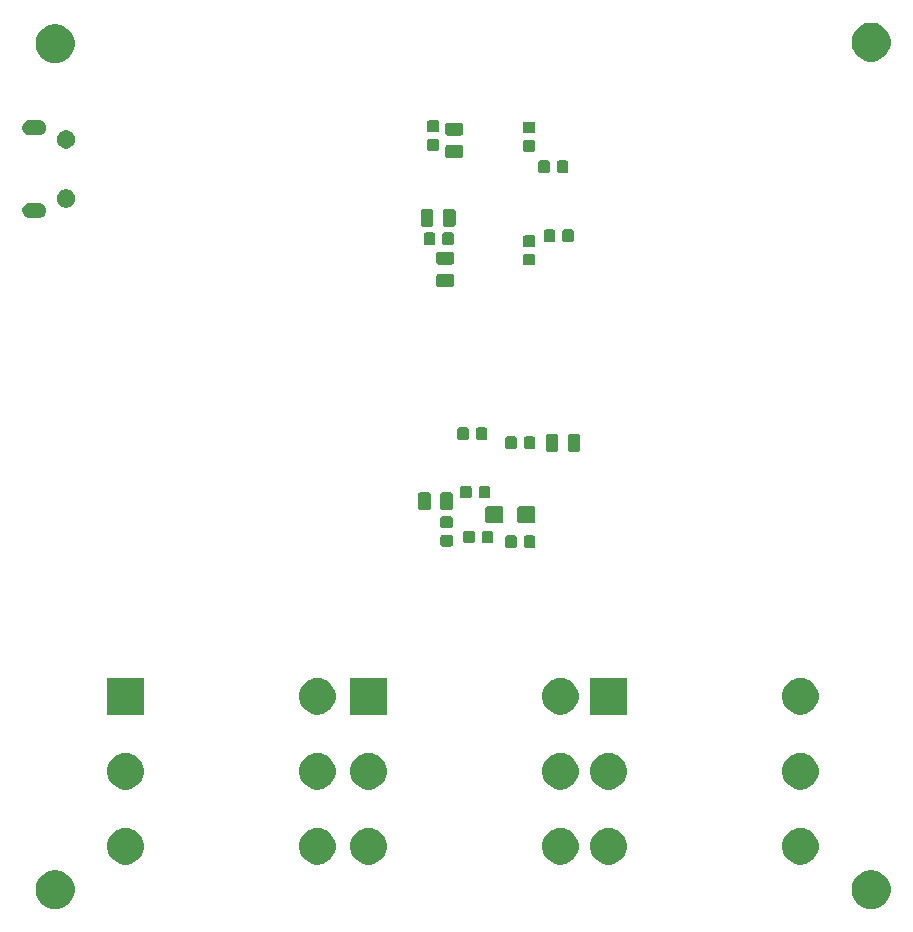
<source format=gbr>
G04 #@! TF.GenerationSoftware,KiCad,Pcbnew,(5.0.2)-1*
G04 #@! TF.CreationDate,2019-02-01T15:19:08+01:00*
G04 #@! TF.ProjectId,hac,6861632e-6b69-4636-9164-5f7063625858,rev?*
G04 #@! TF.SameCoordinates,Original*
G04 #@! TF.FileFunction,Soldermask,Bot*
G04 #@! TF.FilePolarity,Negative*
%FSLAX46Y46*%
G04 Gerber Fmt 4.6, Leading zero omitted, Abs format (unit mm)*
G04 Created by KiCad (PCBNEW (5.0.2)-1) date 2/1/2019 3:19:08 PM*
%MOMM*%
%LPD*%
G01*
G04 APERTURE LIST*
%ADD10C,0.100000*%
G04 APERTURE END LIST*
D10*
G36*
X193415256Y-144441298D02*
X193521579Y-144462447D01*
X193822042Y-144586903D01*
X194088852Y-144765180D01*
X194092454Y-144767587D01*
X194322413Y-144997546D01*
X194503098Y-145267960D01*
X194627553Y-145568422D01*
X194691000Y-145887389D01*
X194691000Y-146212611D01*
X194627553Y-146531578D01*
X194503098Y-146832040D01*
X194322413Y-147102454D01*
X194092454Y-147332413D01*
X194092451Y-147332415D01*
X193822042Y-147513097D01*
X193521579Y-147637553D01*
X193415256Y-147658702D01*
X193202611Y-147701000D01*
X192877389Y-147701000D01*
X192664744Y-147658702D01*
X192558421Y-147637553D01*
X192257958Y-147513097D01*
X191987549Y-147332415D01*
X191987546Y-147332413D01*
X191757587Y-147102454D01*
X191576902Y-146832040D01*
X191452447Y-146531578D01*
X191389000Y-146212611D01*
X191389000Y-145887389D01*
X191452447Y-145568422D01*
X191576902Y-145267960D01*
X191757587Y-144997546D01*
X191987546Y-144767587D01*
X191991148Y-144765180D01*
X192257958Y-144586903D01*
X192558421Y-144462447D01*
X192664744Y-144441298D01*
X192877389Y-144399000D01*
X193202611Y-144399000D01*
X193415256Y-144441298D01*
X193415256Y-144441298D01*
G37*
G36*
X124327256Y-144441298D02*
X124433579Y-144462447D01*
X124734042Y-144586903D01*
X125000852Y-144765180D01*
X125004454Y-144767587D01*
X125234413Y-144997546D01*
X125415098Y-145267960D01*
X125539553Y-145568422D01*
X125603000Y-145887389D01*
X125603000Y-146212611D01*
X125539553Y-146531578D01*
X125415098Y-146832040D01*
X125234413Y-147102454D01*
X125004454Y-147332413D01*
X125004451Y-147332415D01*
X124734042Y-147513097D01*
X124433579Y-147637553D01*
X124327256Y-147658702D01*
X124114611Y-147701000D01*
X123789389Y-147701000D01*
X123576744Y-147658702D01*
X123470421Y-147637553D01*
X123169958Y-147513097D01*
X122899549Y-147332415D01*
X122899546Y-147332413D01*
X122669587Y-147102454D01*
X122488902Y-146832040D01*
X122364447Y-146531578D01*
X122301000Y-146212611D01*
X122301000Y-145887389D01*
X122364447Y-145568422D01*
X122488902Y-145267960D01*
X122669587Y-144997546D01*
X122899546Y-144767587D01*
X122903148Y-144765180D01*
X123169958Y-144586903D01*
X123470421Y-144462447D01*
X123576744Y-144441298D01*
X123789389Y-144399000D01*
X124114611Y-144399000D01*
X124327256Y-144441298D01*
X124327256Y-144441298D01*
G37*
G36*
X146503527Y-140855736D02*
X146603410Y-140875604D01*
X146885674Y-140992521D01*
X147139705Y-141162259D01*
X147355741Y-141378295D01*
X147525479Y-141632326D01*
X147642396Y-141914590D01*
X147702000Y-142214240D01*
X147702000Y-142519760D01*
X147642396Y-142819410D01*
X147525479Y-143101674D01*
X147355741Y-143355705D01*
X147139705Y-143571741D01*
X146885674Y-143741479D01*
X146603410Y-143858396D01*
X146503527Y-143878264D01*
X146303762Y-143918000D01*
X145998238Y-143918000D01*
X145798473Y-143878264D01*
X145698590Y-143858396D01*
X145416326Y-143741479D01*
X145162295Y-143571741D01*
X144946259Y-143355705D01*
X144776521Y-143101674D01*
X144659604Y-142819410D01*
X144600000Y-142519760D01*
X144600000Y-142214240D01*
X144659604Y-141914590D01*
X144776521Y-141632326D01*
X144946259Y-141378295D01*
X145162295Y-141162259D01*
X145416326Y-140992521D01*
X145698590Y-140875604D01*
X145798473Y-140855736D01*
X145998238Y-140816000D01*
X146303762Y-140816000D01*
X146503527Y-140855736D01*
X146503527Y-140855736D01*
G37*
G36*
X130273527Y-140855736D02*
X130373410Y-140875604D01*
X130655674Y-140992521D01*
X130909705Y-141162259D01*
X131125741Y-141378295D01*
X131295479Y-141632326D01*
X131412396Y-141914590D01*
X131472000Y-142214240D01*
X131472000Y-142519760D01*
X131412396Y-142819410D01*
X131295479Y-143101674D01*
X131125741Y-143355705D01*
X130909705Y-143571741D01*
X130655674Y-143741479D01*
X130373410Y-143858396D01*
X130273527Y-143878264D01*
X130073762Y-143918000D01*
X129768238Y-143918000D01*
X129568473Y-143878264D01*
X129468590Y-143858396D01*
X129186326Y-143741479D01*
X128932295Y-143571741D01*
X128716259Y-143355705D01*
X128546521Y-143101674D01*
X128429604Y-142819410D01*
X128370000Y-142519760D01*
X128370000Y-142214240D01*
X128429604Y-141914590D01*
X128546521Y-141632326D01*
X128716259Y-141378295D01*
X128932295Y-141162259D01*
X129186326Y-140992521D01*
X129468590Y-140875604D01*
X129568473Y-140855736D01*
X129768238Y-140816000D01*
X130073762Y-140816000D01*
X130273527Y-140855736D01*
X130273527Y-140855736D01*
G37*
G36*
X167077527Y-140855736D02*
X167177410Y-140875604D01*
X167459674Y-140992521D01*
X167713705Y-141162259D01*
X167929741Y-141378295D01*
X168099479Y-141632326D01*
X168216396Y-141914590D01*
X168276000Y-142214240D01*
X168276000Y-142519760D01*
X168216396Y-142819410D01*
X168099479Y-143101674D01*
X167929741Y-143355705D01*
X167713705Y-143571741D01*
X167459674Y-143741479D01*
X167177410Y-143858396D01*
X167077527Y-143878264D01*
X166877762Y-143918000D01*
X166572238Y-143918000D01*
X166372473Y-143878264D01*
X166272590Y-143858396D01*
X165990326Y-143741479D01*
X165736295Y-143571741D01*
X165520259Y-143355705D01*
X165350521Y-143101674D01*
X165233604Y-142819410D01*
X165174000Y-142519760D01*
X165174000Y-142214240D01*
X165233604Y-141914590D01*
X165350521Y-141632326D01*
X165520259Y-141378295D01*
X165736295Y-141162259D01*
X165990326Y-140992521D01*
X166272590Y-140875604D01*
X166372473Y-140855736D01*
X166572238Y-140816000D01*
X166877762Y-140816000D01*
X167077527Y-140855736D01*
X167077527Y-140855736D01*
G37*
G36*
X187397527Y-140855736D02*
X187497410Y-140875604D01*
X187779674Y-140992521D01*
X188033705Y-141162259D01*
X188249741Y-141378295D01*
X188419479Y-141632326D01*
X188536396Y-141914590D01*
X188596000Y-142214240D01*
X188596000Y-142519760D01*
X188536396Y-142819410D01*
X188419479Y-143101674D01*
X188249741Y-143355705D01*
X188033705Y-143571741D01*
X187779674Y-143741479D01*
X187497410Y-143858396D01*
X187397527Y-143878264D01*
X187197762Y-143918000D01*
X186892238Y-143918000D01*
X186692473Y-143878264D01*
X186592590Y-143858396D01*
X186310326Y-143741479D01*
X186056295Y-143571741D01*
X185840259Y-143355705D01*
X185670521Y-143101674D01*
X185553604Y-142819410D01*
X185494000Y-142519760D01*
X185494000Y-142214240D01*
X185553604Y-141914590D01*
X185670521Y-141632326D01*
X185840259Y-141378295D01*
X186056295Y-141162259D01*
X186310326Y-140992521D01*
X186592590Y-140875604D01*
X186692473Y-140855736D01*
X186892238Y-140816000D01*
X187197762Y-140816000D01*
X187397527Y-140855736D01*
X187397527Y-140855736D01*
G37*
G36*
X171167527Y-140855736D02*
X171267410Y-140875604D01*
X171549674Y-140992521D01*
X171803705Y-141162259D01*
X172019741Y-141378295D01*
X172189479Y-141632326D01*
X172306396Y-141914590D01*
X172366000Y-142214240D01*
X172366000Y-142519760D01*
X172306396Y-142819410D01*
X172189479Y-143101674D01*
X172019741Y-143355705D01*
X171803705Y-143571741D01*
X171549674Y-143741479D01*
X171267410Y-143858396D01*
X171167527Y-143878264D01*
X170967762Y-143918000D01*
X170662238Y-143918000D01*
X170462473Y-143878264D01*
X170362590Y-143858396D01*
X170080326Y-143741479D01*
X169826295Y-143571741D01*
X169610259Y-143355705D01*
X169440521Y-143101674D01*
X169323604Y-142819410D01*
X169264000Y-142519760D01*
X169264000Y-142214240D01*
X169323604Y-141914590D01*
X169440521Y-141632326D01*
X169610259Y-141378295D01*
X169826295Y-141162259D01*
X170080326Y-140992521D01*
X170362590Y-140875604D01*
X170462473Y-140855736D01*
X170662238Y-140816000D01*
X170967762Y-140816000D01*
X171167527Y-140855736D01*
X171167527Y-140855736D01*
G37*
G36*
X150847527Y-140855736D02*
X150947410Y-140875604D01*
X151229674Y-140992521D01*
X151483705Y-141162259D01*
X151699741Y-141378295D01*
X151869479Y-141632326D01*
X151986396Y-141914590D01*
X152046000Y-142214240D01*
X152046000Y-142519760D01*
X151986396Y-142819410D01*
X151869479Y-143101674D01*
X151699741Y-143355705D01*
X151483705Y-143571741D01*
X151229674Y-143741479D01*
X150947410Y-143858396D01*
X150847527Y-143878264D01*
X150647762Y-143918000D01*
X150342238Y-143918000D01*
X150142473Y-143878264D01*
X150042590Y-143858396D01*
X149760326Y-143741479D01*
X149506295Y-143571741D01*
X149290259Y-143355705D01*
X149120521Y-143101674D01*
X149003604Y-142819410D01*
X148944000Y-142519760D01*
X148944000Y-142214240D01*
X149003604Y-141914590D01*
X149120521Y-141632326D01*
X149290259Y-141378295D01*
X149506295Y-141162259D01*
X149760326Y-140992521D01*
X150042590Y-140875604D01*
X150142473Y-140855736D01*
X150342238Y-140816000D01*
X150647762Y-140816000D01*
X150847527Y-140855736D01*
X150847527Y-140855736D01*
G37*
G36*
X171167527Y-134505736D02*
X171267410Y-134525604D01*
X171549674Y-134642521D01*
X171803705Y-134812259D01*
X172019741Y-135028295D01*
X172189479Y-135282326D01*
X172306396Y-135564590D01*
X172366000Y-135864240D01*
X172366000Y-136169760D01*
X172306396Y-136469410D01*
X172189479Y-136751674D01*
X172019741Y-137005705D01*
X171803705Y-137221741D01*
X171549674Y-137391479D01*
X171267410Y-137508396D01*
X171167527Y-137528264D01*
X170967762Y-137568000D01*
X170662238Y-137568000D01*
X170462473Y-137528264D01*
X170362590Y-137508396D01*
X170080326Y-137391479D01*
X169826295Y-137221741D01*
X169610259Y-137005705D01*
X169440521Y-136751674D01*
X169323604Y-136469410D01*
X169264000Y-136169760D01*
X169264000Y-135864240D01*
X169323604Y-135564590D01*
X169440521Y-135282326D01*
X169610259Y-135028295D01*
X169826295Y-134812259D01*
X170080326Y-134642521D01*
X170362590Y-134525604D01*
X170462473Y-134505736D01*
X170662238Y-134466000D01*
X170967762Y-134466000D01*
X171167527Y-134505736D01*
X171167527Y-134505736D01*
G37*
G36*
X187397527Y-134505736D02*
X187497410Y-134525604D01*
X187779674Y-134642521D01*
X188033705Y-134812259D01*
X188249741Y-135028295D01*
X188419479Y-135282326D01*
X188536396Y-135564590D01*
X188596000Y-135864240D01*
X188596000Y-136169760D01*
X188536396Y-136469410D01*
X188419479Y-136751674D01*
X188249741Y-137005705D01*
X188033705Y-137221741D01*
X187779674Y-137391479D01*
X187497410Y-137508396D01*
X187397527Y-137528264D01*
X187197762Y-137568000D01*
X186892238Y-137568000D01*
X186692473Y-137528264D01*
X186592590Y-137508396D01*
X186310326Y-137391479D01*
X186056295Y-137221741D01*
X185840259Y-137005705D01*
X185670521Y-136751674D01*
X185553604Y-136469410D01*
X185494000Y-136169760D01*
X185494000Y-135864240D01*
X185553604Y-135564590D01*
X185670521Y-135282326D01*
X185840259Y-135028295D01*
X186056295Y-134812259D01*
X186310326Y-134642521D01*
X186592590Y-134525604D01*
X186692473Y-134505736D01*
X186892238Y-134466000D01*
X187197762Y-134466000D01*
X187397527Y-134505736D01*
X187397527Y-134505736D01*
G37*
G36*
X146503527Y-134505736D02*
X146603410Y-134525604D01*
X146885674Y-134642521D01*
X147139705Y-134812259D01*
X147355741Y-135028295D01*
X147525479Y-135282326D01*
X147642396Y-135564590D01*
X147702000Y-135864240D01*
X147702000Y-136169760D01*
X147642396Y-136469410D01*
X147525479Y-136751674D01*
X147355741Y-137005705D01*
X147139705Y-137221741D01*
X146885674Y-137391479D01*
X146603410Y-137508396D01*
X146503527Y-137528264D01*
X146303762Y-137568000D01*
X145998238Y-137568000D01*
X145798473Y-137528264D01*
X145698590Y-137508396D01*
X145416326Y-137391479D01*
X145162295Y-137221741D01*
X144946259Y-137005705D01*
X144776521Y-136751674D01*
X144659604Y-136469410D01*
X144600000Y-136169760D01*
X144600000Y-135864240D01*
X144659604Y-135564590D01*
X144776521Y-135282326D01*
X144946259Y-135028295D01*
X145162295Y-134812259D01*
X145416326Y-134642521D01*
X145698590Y-134525604D01*
X145798473Y-134505736D01*
X145998238Y-134466000D01*
X146303762Y-134466000D01*
X146503527Y-134505736D01*
X146503527Y-134505736D01*
G37*
G36*
X130273527Y-134505736D02*
X130373410Y-134525604D01*
X130655674Y-134642521D01*
X130909705Y-134812259D01*
X131125741Y-135028295D01*
X131295479Y-135282326D01*
X131412396Y-135564590D01*
X131472000Y-135864240D01*
X131472000Y-136169760D01*
X131412396Y-136469410D01*
X131295479Y-136751674D01*
X131125741Y-137005705D01*
X130909705Y-137221741D01*
X130655674Y-137391479D01*
X130373410Y-137508396D01*
X130273527Y-137528264D01*
X130073762Y-137568000D01*
X129768238Y-137568000D01*
X129568473Y-137528264D01*
X129468590Y-137508396D01*
X129186326Y-137391479D01*
X128932295Y-137221741D01*
X128716259Y-137005705D01*
X128546521Y-136751674D01*
X128429604Y-136469410D01*
X128370000Y-136169760D01*
X128370000Y-135864240D01*
X128429604Y-135564590D01*
X128546521Y-135282326D01*
X128716259Y-135028295D01*
X128932295Y-134812259D01*
X129186326Y-134642521D01*
X129468590Y-134525604D01*
X129568473Y-134505736D01*
X129768238Y-134466000D01*
X130073762Y-134466000D01*
X130273527Y-134505736D01*
X130273527Y-134505736D01*
G37*
G36*
X167077527Y-134505736D02*
X167177410Y-134525604D01*
X167459674Y-134642521D01*
X167713705Y-134812259D01*
X167929741Y-135028295D01*
X168099479Y-135282326D01*
X168216396Y-135564590D01*
X168276000Y-135864240D01*
X168276000Y-136169760D01*
X168216396Y-136469410D01*
X168099479Y-136751674D01*
X167929741Y-137005705D01*
X167713705Y-137221741D01*
X167459674Y-137391479D01*
X167177410Y-137508396D01*
X167077527Y-137528264D01*
X166877762Y-137568000D01*
X166572238Y-137568000D01*
X166372473Y-137528264D01*
X166272590Y-137508396D01*
X165990326Y-137391479D01*
X165736295Y-137221741D01*
X165520259Y-137005705D01*
X165350521Y-136751674D01*
X165233604Y-136469410D01*
X165174000Y-136169760D01*
X165174000Y-135864240D01*
X165233604Y-135564590D01*
X165350521Y-135282326D01*
X165520259Y-135028295D01*
X165736295Y-134812259D01*
X165990326Y-134642521D01*
X166272590Y-134525604D01*
X166372473Y-134505736D01*
X166572238Y-134466000D01*
X166877762Y-134466000D01*
X167077527Y-134505736D01*
X167077527Y-134505736D01*
G37*
G36*
X150847527Y-134505736D02*
X150947410Y-134525604D01*
X151229674Y-134642521D01*
X151483705Y-134812259D01*
X151699741Y-135028295D01*
X151869479Y-135282326D01*
X151986396Y-135564590D01*
X152046000Y-135864240D01*
X152046000Y-136169760D01*
X151986396Y-136469410D01*
X151869479Y-136751674D01*
X151699741Y-137005705D01*
X151483705Y-137221741D01*
X151229674Y-137391479D01*
X150947410Y-137508396D01*
X150847527Y-137528264D01*
X150647762Y-137568000D01*
X150342238Y-137568000D01*
X150142473Y-137528264D01*
X150042590Y-137508396D01*
X149760326Y-137391479D01*
X149506295Y-137221741D01*
X149290259Y-137005705D01*
X149120521Y-136751674D01*
X149003604Y-136469410D01*
X148944000Y-136169760D01*
X148944000Y-135864240D01*
X149003604Y-135564590D01*
X149120521Y-135282326D01*
X149290259Y-135028295D01*
X149506295Y-134812259D01*
X149760326Y-134642521D01*
X150042590Y-134525604D01*
X150142473Y-134505736D01*
X150342238Y-134466000D01*
X150647762Y-134466000D01*
X150847527Y-134505736D01*
X150847527Y-134505736D01*
G37*
G36*
X167077527Y-128155736D02*
X167177410Y-128175604D01*
X167459674Y-128292521D01*
X167713705Y-128462259D01*
X167929741Y-128678295D01*
X168099479Y-128932326D01*
X168216396Y-129214590D01*
X168276000Y-129514240D01*
X168276000Y-129819760D01*
X168216396Y-130119410D01*
X168099479Y-130401674D01*
X167929741Y-130655705D01*
X167713705Y-130871741D01*
X167459674Y-131041479D01*
X167177410Y-131158396D01*
X167077527Y-131178264D01*
X166877762Y-131218000D01*
X166572238Y-131218000D01*
X166372473Y-131178264D01*
X166272590Y-131158396D01*
X165990326Y-131041479D01*
X165736295Y-130871741D01*
X165520259Y-130655705D01*
X165350521Y-130401674D01*
X165233604Y-130119410D01*
X165174000Y-129819760D01*
X165174000Y-129514240D01*
X165233604Y-129214590D01*
X165350521Y-128932326D01*
X165520259Y-128678295D01*
X165736295Y-128462259D01*
X165990326Y-128292521D01*
X166272590Y-128175604D01*
X166372473Y-128155736D01*
X166572238Y-128116000D01*
X166877762Y-128116000D01*
X167077527Y-128155736D01*
X167077527Y-128155736D01*
G37*
G36*
X187397527Y-128155736D02*
X187497410Y-128175604D01*
X187779674Y-128292521D01*
X188033705Y-128462259D01*
X188249741Y-128678295D01*
X188419479Y-128932326D01*
X188536396Y-129214590D01*
X188596000Y-129514240D01*
X188596000Y-129819760D01*
X188536396Y-130119410D01*
X188419479Y-130401674D01*
X188249741Y-130655705D01*
X188033705Y-130871741D01*
X187779674Y-131041479D01*
X187497410Y-131158396D01*
X187397527Y-131178264D01*
X187197762Y-131218000D01*
X186892238Y-131218000D01*
X186692473Y-131178264D01*
X186592590Y-131158396D01*
X186310326Y-131041479D01*
X186056295Y-130871741D01*
X185840259Y-130655705D01*
X185670521Y-130401674D01*
X185553604Y-130119410D01*
X185494000Y-129819760D01*
X185494000Y-129514240D01*
X185553604Y-129214590D01*
X185670521Y-128932326D01*
X185840259Y-128678295D01*
X186056295Y-128462259D01*
X186310326Y-128292521D01*
X186592590Y-128175604D01*
X186692473Y-128155736D01*
X186892238Y-128116000D01*
X187197762Y-128116000D01*
X187397527Y-128155736D01*
X187397527Y-128155736D01*
G37*
G36*
X131472000Y-131218000D02*
X128370000Y-131218000D01*
X128370000Y-128116000D01*
X131472000Y-128116000D01*
X131472000Y-131218000D01*
X131472000Y-131218000D01*
G37*
G36*
X146503527Y-128155736D02*
X146603410Y-128175604D01*
X146885674Y-128292521D01*
X147139705Y-128462259D01*
X147355741Y-128678295D01*
X147525479Y-128932326D01*
X147642396Y-129214590D01*
X147702000Y-129514240D01*
X147702000Y-129819760D01*
X147642396Y-130119410D01*
X147525479Y-130401674D01*
X147355741Y-130655705D01*
X147139705Y-130871741D01*
X146885674Y-131041479D01*
X146603410Y-131158396D01*
X146503527Y-131178264D01*
X146303762Y-131218000D01*
X145998238Y-131218000D01*
X145798473Y-131178264D01*
X145698590Y-131158396D01*
X145416326Y-131041479D01*
X145162295Y-130871741D01*
X144946259Y-130655705D01*
X144776521Y-130401674D01*
X144659604Y-130119410D01*
X144600000Y-129819760D01*
X144600000Y-129514240D01*
X144659604Y-129214590D01*
X144776521Y-128932326D01*
X144946259Y-128678295D01*
X145162295Y-128462259D01*
X145416326Y-128292521D01*
X145698590Y-128175604D01*
X145798473Y-128155736D01*
X145998238Y-128116000D01*
X146303762Y-128116000D01*
X146503527Y-128155736D01*
X146503527Y-128155736D01*
G37*
G36*
X172366000Y-131218000D02*
X169264000Y-131218000D01*
X169264000Y-128116000D01*
X172366000Y-128116000D01*
X172366000Y-131218000D01*
X172366000Y-131218000D01*
G37*
G36*
X152046000Y-131218000D02*
X148944000Y-131218000D01*
X148944000Y-128116000D01*
X152046000Y-128116000D01*
X152046000Y-131218000D01*
X152046000Y-131218000D01*
G37*
G36*
X164477091Y-116064085D02*
X164511069Y-116074393D01*
X164542387Y-116091133D01*
X164569839Y-116113661D01*
X164592367Y-116141113D01*
X164609107Y-116172431D01*
X164619415Y-116206409D01*
X164623500Y-116247890D01*
X164623500Y-116924110D01*
X164619415Y-116965591D01*
X164609107Y-116999569D01*
X164592367Y-117030887D01*
X164569839Y-117058339D01*
X164542387Y-117080867D01*
X164511069Y-117097607D01*
X164477091Y-117107915D01*
X164435610Y-117112000D01*
X163834390Y-117112000D01*
X163792909Y-117107915D01*
X163758931Y-117097607D01*
X163727613Y-117080867D01*
X163700161Y-117058339D01*
X163677633Y-117030887D01*
X163660893Y-116999569D01*
X163650585Y-116965591D01*
X163646500Y-116924110D01*
X163646500Y-116247890D01*
X163650585Y-116206409D01*
X163660893Y-116172431D01*
X163677633Y-116141113D01*
X163700161Y-116113661D01*
X163727613Y-116091133D01*
X163758931Y-116074393D01*
X163792909Y-116064085D01*
X163834390Y-116060000D01*
X164435610Y-116060000D01*
X164477091Y-116064085D01*
X164477091Y-116064085D01*
G37*
G36*
X162902091Y-116064085D02*
X162936069Y-116074393D01*
X162967387Y-116091133D01*
X162994839Y-116113661D01*
X163017367Y-116141113D01*
X163034107Y-116172431D01*
X163044415Y-116206409D01*
X163048500Y-116247890D01*
X163048500Y-116924110D01*
X163044415Y-116965591D01*
X163034107Y-116999569D01*
X163017367Y-117030887D01*
X162994839Y-117058339D01*
X162967387Y-117080867D01*
X162936069Y-117097607D01*
X162902091Y-117107915D01*
X162860610Y-117112000D01*
X162259390Y-117112000D01*
X162217909Y-117107915D01*
X162183931Y-117097607D01*
X162152613Y-117080867D01*
X162125161Y-117058339D01*
X162102633Y-117030887D01*
X162085893Y-116999569D01*
X162075585Y-116965591D01*
X162071500Y-116924110D01*
X162071500Y-116247890D01*
X162075585Y-116206409D01*
X162085893Y-116172431D01*
X162102633Y-116141113D01*
X162125161Y-116113661D01*
X162152613Y-116091133D01*
X162183931Y-116074393D01*
X162217909Y-116064085D01*
X162259390Y-116060000D01*
X162860610Y-116060000D01*
X162902091Y-116064085D01*
X162902091Y-116064085D01*
G37*
G36*
X157478591Y-116025585D02*
X157512569Y-116035893D01*
X157543887Y-116052633D01*
X157571339Y-116075161D01*
X157593867Y-116102613D01*
X157610607Y-116133931D01*
X157620915Y-116167909D01*
X157625000Y-116209390D01*
X157625000Y-116810610D01*
X157620915Y-116852091D01*
X157610607Y-116886069D01*
X157593867Y-116917387D01*
X157571339Y-116944839D01*
X157543887Y-116967367D01*
X157512569Y-116984107D01*
X157478591Y-116994415D01*
X157437110Y-116998500D01*
X156760890Y-116998500D01*
X156719409Y-116994415D01*
X156685431Y-116984107D01*
X156654113Y-116967367D01*
X156626661Y-116944839D01*
X156604133Y-116917387D01*
X156587393Y-116886069D01*
X156577085Y-116852091D01*
X156573000Y-116810610D01*
X156573000Y-116209390D01*
X156577085Y-116167909D01*
X156587393Y-116133931D01*
X156604133Y-116102613D01*
X156626661Y-116075161D01*
X156654113Y-116052633D01*
X156685431Y-116035893D01*
X156719409Y-116025585D01*
X156760890Y-116021500D01*
X157437110Y-116021500D01*
X157478591Y-116025585D01*
X157478591Y-116025585D01*
G37*
G36*
X159346091Y-115683085D02*
X159380069Y-115693393D01*
X159411387Y-115710133D01*
X159438839Y-115732661D01*
X159461367Y-115760113D01*
X159478107Y-115791431D01*
X159488415Y-115825409D01*
X159492500Y-115866890D01*
X159492500Y-116543110D01*
X159488415Y-116584591D01*
X159478107Y-116618569D01*
X159461367Y-116649887D01*
X159438839Y-116677339D01*
X159411387Y-116699867D01*
X159380069Y-116716607D01*
X159346091Y-116726915D01*
X159304610Y-116731000D01*
X158703390Y-116731000D01*
X158661909Y-116726915D01*
X158627931Y-116716607D01*
X158596613Y-116699867D01*
X158569161Y-116677339D01*
X158546633Y-116649887D01*
X158529893Y-116618569D01*
X158519585Y-116584591D01*
X158515500Y-116543110D01*
X158515500Y-115866890D01*
X158519585Y-115825409D01*
X158529893Y-115791431D01*
X158546633Y-115760113D01*
X158569161Y-115732661D01*
X158596613Y-115710133D01*
X158627931Y-115693393D01*
X158661909Y-115683085D01*
X158703390Y-115679000D01*
X159304610Y-115679000D01*
X159346091Y-115683085D01*
X159346091Y-115683085D01*
G37*
G36*
X160921091Y-115683085D02*
X160955069Y-115693393D01*
X160986387Y-115710133D01*
X161013839Y-115732661D01*
X161036367Y-115760113D01*
X161053107Y-115791431D01*
X161063415Y-115825409D01*
X161067500Y-115866890D01*
X161067500Y-116543110D01*
X161063415Y-116584591D01*
X161053107Y-116618569D01*
X161036367Y-116649887D01*
X161013839Y-116677339D01*
X160986387Y-116699867D01*
X160955069Y-116716607D01*
X160921091Y-116726915D01*
X160879610Y-116731000D01*
X160278390Y-116731000D01*
X160236909Y-116726915D01*
X160202931Y-116716607D01*
X160171613Y-116699867D01*
X160144161Y-116677339D01*
X160121633Y-116649887D01*
X160104893Y-116618569D01*
X160094585Y-116584591D01*
X160090500Y-116543110D01*
X160090500Y-115866890D01*
X160094585Y-115825409D01*
X160104893Y-115791431D01*
X160121633Y-115760113D01*
X160144161Y-115732661D01*
X160171613Y-115710133D01*
X160202931Y-115693393D01*
X160236909Y-115683085D01*
X160278390Y-115679000D01*
X160879610Y-115679000D01*
X160921091Y-115683085D01*
X160921091Y-115683085D01*
G37*
G36*
X157478591Y-114450585D02*
X157512569Y-114460893D01*
X157543887Y-114477633D01*
X157571339Y-114500161D01*
X157593867Y-114527613D01*
X157610607Y-114558931D01*
X157620915Y-114592909D01*
X157625000Y-114634390D01*
X157625000Y-115235610D01*
X157620915Y-115277091D01*
X157610607Y-115311069D01*
X157593867Y-115342387D01*
X157571339Y-115369839D01*
X157543887Y-115392367D01*
X157512569Y-115409107D01*
X157478591Y-115419415D01*
X157437110Y-115423500D01*
X156760890Y-115423500D01*
X156719409Y-115419415D01*
X156685431Y-115409107D01*
X156654113Y-115392367D01*
X156626661Y-115369839D01*
X156604133Y-115342387D01*
X156587393Y-115311069D01*
X156577085Y-115277091D01*
X156573000Y-115235610D01*
X156573000Y-114634390D01*
X156577085Y-114592909D01*
X156587393Y-114558931D01*
X156604133Y-114527613D01*
X156626661Y-114500161D01*
X156654113Y-114477633D01*
X156685431Y-114460893D01*
X156719409Y-114450585D01*
X156760890Y-114446500D01*
X157437110Y-114446500D01*
X157478591Y-114450585D01*
X157478591Y-114450585D01*
G37*
G36*
X164427797Y-113578247D02*
X164463367Y-113589037D01*
X164496139Y-113606554D01*
X164524869Y-113630131D01*
X164548446Y-113658861D01*
X164565963Y-113691633D01*
X164576753Y-113727203D01*
X164581000Y-113770324D01*
X164581000Y-114829676D01*
X164576753Y-114872797D01*
X164565963Y-114908367D01*
X164548446Y-114941139D01*
X164524869Y-114969869D01*
X164496139Y-114993446D01*
X164463367Y-115010963D01*
X164427797Y-115021753D01*
X164384676Y-115026000D01*
X163275324Y-115026000D01*
X163232203Y-115021753D01*
X163196633Y-115010963D01*
X163163861Y-114993446D01*
X163135131Y-114969869D01*
X163111554Y-114941139D01*
X163094037Y-114908367D01*
X163083247Y-114872797D01*
X163079000Y-114829676D01*
X163079000Y-113770324D01*
X163083247Y-113727203D01*
X163094037Y-113691633D01*
X163111554Y-113658861D01*
X163135131Y-113630131D01*
X163163861Y-113606554D01*
X163196633Y-113589037D01*
X163232203Y-113578247D01*
X163275324Y-113574000D01*
X164384676Y-113574000D01*
X164427797Y-113578247D01*
X164427797Y-113578247D01*
G37*
G36*
X161727797Y-113578247D02*
X161763367Y-113589037D01*
X161796139Y-113606554D01*
X161824869Y-113630131D01*
X161848446Y-113658861D01*
X161865963Y-113691633D01*
X161876753Y-113727203D01*
X161881000Y-113770324D01*
X161881000Y-114829676D01*
X161876753Y-114872797D01*
X161865963Y-114908367D01*
X161848446Y-114941139D01*
X161824869Y-114969869D01*
X161796139Y-114993446D01*
X161763367Y-115010963D01*
X161727797Y-115021753D01*
X161684676Y-115026000D01*
X160575324Y-115026000D01*
X160532203Y-115021753D01*
X160496633Y-115010963D01*
X160463861Y-114993446D01*
X160435131Y-114969869D01*
X160411554Y-114941139D01*
X160394037Y-114908367D01*
X160383247Y-114872797D01*
X160379000Y-114829676D01*
X160379000Y-113770324D01*
X160383247Y-113727203D01*
X160394037Y-113691633D01*
X160411554Y-113658861D01*
X160435131Y-113630131D01*
X160463861Y-113606554D01*
X160496633Y-113589037D01*
X160532203Y-113578247D01*
X160575324Y-113574000D01*
X161684676Y-113574000D01*
X161727797Y-113578247D01*
X161727797Y-113578247D01*
G37*
G36*
X155595966Y-112410565D02*
X155634637Y-112422296D01*
X155670279Y-112441348D01*
X155701517Y-112466983D01*
X155727152Y-112498221D01*
X155746204Y-112533863D01*
X155757935Y-112572534D01*
X155762500Y-112618888D01*
X155762500Y-113695112D01*
X155757935Y-113741466D01*
X155746204Y-113780137D01*
X155727152Y-113815779D01*
X155701517Y-113847017D01*
X155670279Y-113872652D01*
X155634637Y-113891704D01*
X155595966Y-113903435D01*
X155549612Y-113908000D01*
X154898388Y-113908000D01*
X154852034Y-113903435D01*
X154813363Y-113891704D01*
X154777721Y-113872652D01*
X154746483Y-113847017D01*
X154720848Y-113815779D01*
X154701796Y-113780137D01*
X154690065Y-113741466D01*
X154685500Y-113695112D01*
X154685500Y-112618888D01*
X154690065Y-112572534D01*
X154701796Y-112533863D01*
X154720848Y-112498221D01*
X154746483Y-112466983D01*
X154777721Y-112441348D01*
X154813363Y-112422296D01*
X154852034Y-112410565D01*
X154898388Y-112406000D01*
X155549612Y-112406000D01*
X155595966Y-112410565D01*
X155595966Y-112410565D01*
G37*
G36*
X157470966Y-112410565D02*
X157509637Y-112422296D01*
X157545279Y-112441348D01*
X157576517Y-112466983D01*
X157602152Y-112498221D01*
X157621204Y-112533863D01*
X157632935Y-112572534D01*
X157637500Y-112618888D01*
X157637500Y-113695112D01*
X157632935Y-113741466D01*
X157621204Y-113780137D01*
X157602152Y-113815779D01*
X157576517Y-113847017D01*
X157545279Y-113872652D01*
X157509637Y-113891704D01*
X157470966Y-113903435D01*
X157424612Y-113908000D01*
X156773388Y-113908000D01*
X156727034Y-113903435D01*
X156688363Y-113891704D01*
X156652721Y-113872652D01*
X156621483Y-113847017D01*
X156595848Y-113815779D01*
X156576796Y-113780137D01*
X156565065Y-113741466D01*
X156560500Y-113695112D01*
X156560500Y-112618888D01*
X156565065Y-112572534D01*
X156576796Y-112533863D01*
X156595848Y-112498221D01*
X156621483Y-112466983D01*
X156652721Y-112441348D01*
X156688363Y-112422296D01*
X156727034Y-112410565D01*
X156773388Y-112406000D01*
X157424612Y-112406000D01*
X157470966Y-112410565D01*
X157470966Y-112410565D01*
G37*
G36*
X160641591Y-111873085D02*
X160675569Y-111883393D01*
X160706887Y-111900133D01*
X160734339Y-111922661D01*
X160756867Y-111950113D01*
X160773607Y-111981431D01*
X160783915Y-112015409D01*
X160788000Y-112056890D01*
X160788000Y-112733110D01*
X160783915Y-112774591D01*
X160773607Y-112808569D01*
X160756867Y-112839887D01*
X160734339Y-112867339D01*
X160706887Y-112889867D01*
X160675569Y-112906607D01*
X160641591Y-112916915D01*
X160600110Y-112921000D01*
X159998890Y-112921000D01*
X159957409Y-112916915D01*
X159923431Y-112906607D01*
X159892113Y-112889867D01*
X159864661Y-112867339D01*
X159842133Y-112839887D01*
X159825393Y-112808569D01*
X159815085Y-112774591D01*
X159811000Y-112733110D01*
X159811000Y-112056890D01*
X159815085Y-112015409D01*
X159825393Y-111981431D01*
X159842133Y-111950113D01*
X159864661Y-111922661D01*
X159892113Y-111900133D01*
X159923431Y-111883393D01*
X159957409Y-111873085D01*
X159998890Y-111869000D01*
X160600110Y-111869000D01*
X160641591Y-111873085D01*
X160641591Y-111873085D01*
G37*
G36*
X159066591Y-111873085D02*
X159100569Y-111883393D01*
X159131887Y-111900133D01*
X159159339Y-111922661D01*
X159181867Y-111950113D01*
X159198607Y-111981431D01*
X159208915Y-112015409D01*
X159213000Y-112056890D01*
X159213000Y-112733110D01*
X159208915Y-112774591D01*
X159198607Y-112808569D01*
X159181867Y-112839887D01*
X159159339Y-112867339D01*
X159131887Y-112889867D01*
X159100569Y-112906607D01*
X159066591Y-112916915D01*
X159025110Y-112921000D01*
X158423890Y-112921000D01*
X158382409Y-112916915D01*
X158348431Y-112906607D01*
X158317113Y-112889867D01*
X158289661Y-112867339D01*
X158267133Y-112839887D01*
X158250393Y-112808569D01*
X158240085Y-112774591D01*
X158236000Y-112733110D01*
X158236000Y-112056890D01*
X158240085Y-112015409D01*
X158250393Y-111981431D01*
X158267133Y-111950113D01*
X158289661Y-111922661D01*
X158317113Y-111900133D01*
X158348431Y-111883393D01*
X158382409Y-111873085D01*
X158423890Y-111869000D01*
X159025110Y-111869000D01*
X159066591Y-111873085D01*
X159066591Y-111873085D01*
G37*
G36*
X168265966Y-107457565D02*
X168304637Y-107469296D01*
X168340279Y-107488348D01*
X168371517Y-107513983D01*
X168397152Y-107545221D01*
X168416204Y-107580863D01*
X168427935Y-107619534D01*
X168432500Y-107665888D01*
X168432500Y-108742112D01*
X168427935Y-108788466D01*
X168416204Y-108827137D01*
X168397152Y-108862779D01*
X168371517Y-108894017D01*
X168340279Y-108919652D01*
X168304637Y-108938704D01*
X168265966Y-108950435D01*
X168219612Y-108955000D01*
X167568388Y-108955000D01*
X167522034Y-108950435D01*
X167483363Y-108938704D01*
X167447721Y-108919652D01*
X167416483Y-108894017D01*
X167390848Y-108862779D01*
X167371796Y-108827137D01*
X167360065Y-108788466D01*
X167355500Y-108742112D01*
X167355500Y-107665888D01*
X167360065Y-107619534D01*
X167371796Y-107580863D01*
X167390848Y-107545221D01*
X167416483Y-107513983D01*
X167447721Y-107488348D01*
X167483363Y-107469296D01*
X167522034Y-107457565D01*
X167568388Y-107453000D01*
X168219612Y-107453000D01*
X168265966Y-107457565D01*
X168265966Y-107457565D01*
G37*
G36*
X166390966Y-107457565D02*
X166429637Y-107469296D01*
X166465279Y-107488348D01*
X166496517Y-107513983D01*
X166522152Y-107545221D01*
X166541204Y-107580863D01*
X166552935Y-107619534D01*
X166557500Y-107665888D01*
X166557500Y-108742112D01*
X166552935Y-108788466D01*
X166541204Y-108827137D01*
X166522152Y-108862779D01*
X166496517Y-108894017D01*
X166465279Y-108919652D01*
X166429637Y-108938704D01*
X166390966Y-108950435D01*
X166344612Y-108955000D01*
X165693388Y-108955000D01*
X165647034Y-108950435D01*
X165608363Y-108938704D01*
X165572721Y-108919652D01*
X165541483Y-108894017D01*
X165515848Y-108862779D01*
X165496796Y-108827137D01*
X165485065Y-108788466D01*
X165480500Y-108742112D01*
X165480500Y-107665888D01*
X165485065Y-107619534D01*
X165496796Y-107580863D01*
X165515848Y-107545221D01*
X165541483Y-107513983D01*
X165572721Y-107488348D01*
X165608363Y-107469296D01*
X165647034Y-107457565D01*
X165693388Y-107453000D01*
X166344612Y-107453000D01*
X166390966Y-107457565D01*
X166390966Y-107457565D01*
G37*
G36*
X162902091Y-107682085D02*
X162936069Y-107692393D01*
X162967387Y-107709133D01*
X162994839Y-107731661D01*
X163017367Y-107759113D01*
X163034107Y-107790431D01*
X163044415Y-107824409D01*
X163048500Y-107865890D01*
X163048500Y-108542110D01*
X163044415Y-108583591D01*
X163034107Y-108617569D01*
X163017367Y-108648887D01*
X162994839Y-108676339D01*
X162967387Y-108698867D01*
X162936069Y-108715607D01*
X162902091Y-108725915D01*
X162860610Y-108730000D01*
X162259390Y-108730000D01*
X162217909Y-108725915D01*
X162183931Y-108715607D01*
X162152613Y-108698867D01*
X162125161Y-108676339D01*
X162102633Y-108648887D01*
X162085893Y-108617569D01*
X162075585Y-108583591D01*
X162071500Y-108542110D01*
X162071500Y-107865890D01*
X162075585Y-107824409D01*
X162085893Y-107790431D01*
X162102633Y-107759113D01*
X162125161Y-107731661D01*
X162152613Y-107709133D01*
X162183931Y-107692393D01*
X162217909Y-107682085D01*
X162259390Y-107678000D01*
X162860610Y-107678000D01*
X162902091Y-107682085D01*
X162902091Y-107682085D01*
G37*
G36*
X164477091Y-107682085D02*
X164511069Y-107692393D01*
X164542387Y-107709133D01*
X164569839Y-107731661D01*
X164592367Y-107759113D01*
X164609107Y-107790431D01*
X164619415Y-107824409D01*
X164623500Y-107865890D01*
X164623500Y-108542110D01*
X164619415Y-108583591D01*
X164609107Y-108617569D01*
X164592367Y-108648887D01*
X164569839Y-108676339D01*
X164542387Y-108698867D01*
X164511069Y-108715607D01*
X164477091Y-108725915D01*
X164435610Y-108730000D01*
X163834390Y-108730000D01*
X163792909Y-108725915D01*
X163758931Y-108715607D01*
X163727613Y-108698867D01*
X163700161Y-108676339D01*
X163677633Y-108648887D01*
X163660893Y-108617569D01*
X163650585Y-108583591D01*
X163646500Y-108542110D01*
X163646500Y-107865890D01*
X163650585Y-107824409D01*
X163660893Y-107790431D01*
X163677633Y-107759113D01*
X163700161Y-107731661D01*
X163727613Y-107709133D01*
X163758931Y-107692393D01*
X163792909Y-107682085D01*
X163834390Y-107678000D01*
X164435610Y-107678000D01*
X164477091Y-107682085D01*
X164477091Y-107682085D01*
G37*
G36*
X160413091Y-106920085D02*
X160447069Y-106930393D01*
X160478387Y-106947133D01*
X160505839Y-106969661D01*
X160528367Y-106997113D01*
X160545107Y-107028431D01*
X160555415Y-107062409D01*
X160559500Y-107103890D01*
X160559500Y-107780110D01*
X160555415Y-107821591D01*
X160545107Y-107855569D01*
X160528367Y-107886887D01*
X160505839Y-107914339D01*
X160478387Y-107936867D01*
X160447069Y-107953607D01*
X160413091Y-107963915D01*
X160371610Y-107968000D01*
X159770390Y-107968000D01*
X159728909Y-107963915D01*
X159694931Y-107953607D01*
X159663613Y-107936867D01*
X159636161Y-107914339D01*
X159613633Y-107886887D01*
X159596893Y-107855569D01*
X159586585Y-107821591D01*
X159582500Y-107780110D01*
X159582500Y-107103890D01*
X159586585Y-107062409D01*
X159596893Y-107028431D01*
X159613633Y-106997113D01*
X159636161Y-106969661D01*
X159663613Y-106947133D01*
X159694931Y-106930393D01*
X159728909Y-106920085D01*
X159770390Y-106916000D01*
X160371610Y-106916000D01*
X160413091Y-106920085D01*
X160413091Y-106920085D01*
G37*
G36*
X158838091Y-106920085D02*
X158872069Y-106930393D01*
X158903387Y-106947133D01*
X158930839Y-106969661D01*
X158953367Y-106997113D01*
X158970107Y-107028431D01*
X158980415Y-107062409D01*
X158984500Y-107103890D01*
X158984500Y-107780110D01*
X158980415Y-107821591D01*
X158970107Y-107855569D01*
X158953367Y-107886887D01*
X158930839Y-107914339D01*
X158903387Y-107936867D01*
X158872069Y-107953607D01*
X158838091Y-107963915D01*
X158796610Y-107968000D01*
X158195390Y-107968000D01*
X158153909Y-107963915D01*
X158119931Y-107953607D01*
X158088613Y-107936867D01*
X158061161Y-107914339D01*
X158038633Y-107886887D01*
X158021893Y-107855569D01*
X158011585Y-107821591D01*
X158007500Y-107780110D01*
X158007500Y-107103890D01*
X158011585Y-107062409D01*
X158021893Y-107028431D01*
X158038633Y-106997113D01*
X158061161Y-106969661D01*
X158088613Y-106947133D01*
X158119931Y-106930393D01*
X158153909Y-106920085D01*
X158195390Y-106916000D01*
X158796610Y-106916000D01*
X158838091Y-106920085D01*
X158838091Y-106920085D01*
G37*
G36*
X157556466Y-93924065D02*
X157595137Y-93935796D01*
X157630779Y-93954848D01*
X157662017Y-93980483D01*
X157687652Y-94011721D01*
X157706704Y-94047363D01*
X157718435Y-94086034D01*
X157723000Y-94132388D01*
X157723000Y-94783612D01*
X157718435Y-94829966D01*
X157706704Y-94868637D01*
X157687652Y-94904279D01*
X157662017Y-94935517D01*
X157630779Y-94961152D01*
X157595137Y-94980204D01*
X157556466Y-94991935D01*
X157510112Y-94996500D01*
X156433888Y-94996500D01*
X156387534Y-94991935D01*
X156348863Y-94980204D01*
X156313221Y-94961152D01*
X156281983Y-94935517D01*
X156256348Y-94904279D01*
X156237296Y-94868637D01*
X156225565Y-94829966D01*
X156221000Y-94783612D01*
X156221000Y-94132388D01*
X156225565Y-94086034D01*
X156237296Y-94047363D01*
X156256348Y-94011721D01*
X156281983Y-93980483D01*
X156313221Y-93954848D01*
X156348863Y-93935796D01*
X156387534Y-93924065D01*
X156433888Y-93919500D01*
X157510112Y-93919500D01*
X157556466Y-93924065D01*
X157556466Y-93924065D01*
G37*
G36*
X164463591Y-92225585D02*
X164497569Y-92235893D01*
X164528887Y-92252633D01*
X164556339Y-92275161D01*
X164578867Y-92302613D01*
X164595607Y-92333931D01*
X164605915Y-92367909D01*
X164610000Y-92409390D01*
X164610000Y-93010610D01*
X164605915Y-93052091D01*
X164595607Y-93086069D01*
X164578867Y-93117387D01*
X164556339Y-93144839D01*
X164528887Y-93167367D01*
X164497569Y-93184107D01*
X164463591Y-93194415D01*
X164422110Y-93198500D01*
X163745890Y-93198500D01*
X163704409Y-93194415D01*
X163670431Y-93184107D01*
X163639113Y-93167367D01*
X163611661Y-93144839D01*
X163589133Y-93117387D01*
X163572393Y-93086069D01*
X163562085Y-93052091D01*
X163558000Y-93010610D01*
X163558000Y-92409390D01*
X163562085Y-92367909D01*
X163572393Y-92333931D01*
X163589133Y-92302613D01*
X163611661Y-92275161D01*
X163639113Y-92252633D01*
X163670431Y-92235893D01*
X163704409Y-92225585D01*
X163745890Y-92221500D01*
X164422110Y-92221500D01*
X164463591Y-92225585D01*
X164463591Y-92225585D01*
G37*
G36*
X157556466Y-92049065D02*
X157595137Y-92060796D01*
X157630779Y-92079848D01*
X157662017Y-92105483D01*
X157687652Y-92136721D01*
X157706704Y-92172363D01*
X157718435Y-92211034D01*
X157723000Y-92257388D01*
X157723000Y-92908612D01*
X157718435Y-92954966D01*
X157706704Y-92993637D01*
X157687652Y-93029279D01*
X157662017Y-93060517D01*
X157630779Y-93086152D01*
X157595137Y-93105204D01*
X157556466Y-93116935D01*
X157510112Y-93121500D01*
X156433888Y-93121500D01*
X156387534Y-93116935D01*
X156348863Y-93105204D01*
X156313221Y-93086152D01*
X156281983Y-93060517D01*
X156256348Y-93029279D01*
X156237296Y-92993637D01*
X156225565Y-92954966D01*
X156221000Y-92908612D01*
X156221000Y-92257388D01*
X156225565Y-92211034D01*
X156237296Y-92172363D01*
X156256348Y-92136721D01*
X156281983Y-92105483D01*
X156313221Y-92079848D01*
X156348863Y-92060796D01*
X156387534Y-92049065D01*
X156433888Y-92044500D01*
X157510112Y-92044500D01*
X157556466Y-92049065D01*
X157556466Y-92049065D01*
G37*
G36*
X164463591Y-90650585D02*
X164497569Y-90660893D01*
X164528887Y-90677633D01*
X164556339Y-90700161D01*
X164578867Y-90727613D01*
X164595607Y-90758931D01*
X164605915Y-90792909D01*
X164610000Y-90834390D01*
X164610000Y-91435610D01*
X164605915Y-91477091D01*
X164595607Y-91511069D01*
X164578867Y-91542387D01*
X164556339Y-91569839D01*
X164528887Y-91592367D01*
X164497569Y-91609107D01*
X164463591Y-91619415D01*
X164422110Y-91623500D01*
X163745890Y-91623500D01*
X163704409Y-91619415D01*
X163670431Y-91609107D01*
X163639113Y-91592367D01*
X163611661Y-91569839D01*
X163589133Y-91542387D01*
X163572393Y-91511069D01*
X163562085Y-91477091D01*
X163558000Y-91435610D01*
X163558000Y-90834390D01*
X163562085Y-90792909D01*
X163572393Y-90758931D01*
X163589133Y-90727613D01*
X163611661Y-90700161D01*
X163639113Y-90677633D01*
X163670431Y-90660893D01*
X163704409Y-90650585D01*
X163745890Y-90646500D01*
X164422110Y-90646500D01*
X164463591Y-90650585D01*
X164463591Y-90650585D01*
G37*
G36*
X155993091Y-90410085D02*
X156027069Y-90420393D01*
X156058387Y-90437133D01*
X156085839Y-90459661D01*
X156108367Y-90487113D01*
X156125107Y-90518431D01*
X156135415Y-90552409D01*
X156139500Y-90593890D01*
X156139500Y-91270110D01*
X156135415Y-91311591D01*
X156125107Y-91345569D01*
X156108367Y-91376887D01*
X156085839Y-91404339D01*
X156058387Y-91426867D01*
X156027069Y-91443607D01*
X155993091Y-91453915D01*
X155951610Y-91458000D01*
X155350390Y-91458000D01*
X155308909Y-91453915D01*
X155274931Y-91443607D01*
X155243613Y-91426867D01*
X155216161Y-91404339D01*
X155193633Y-91376887D01*
X155176893Y-91345569D01*
X155166585Y-91311591D01*
X155162500Y-91270110D01*
X155162500Y-90593890D01*
X155166585Y-90552409D01*
X155176893Y-90518431D01*
X155193633Y-90487113D01*
X155216161Y-90459661D01*
X155243613Y-90437133D01*
X155274931Y-90420393D01*
X155308909Y-90410085D01*
X155350390Y-90406000D01*
X155951610Y-90406000D01*
X155993091Y-90410085D01*
X155993091Y-90410085D01*
G37*
G36*
X157568091Y-90410085D02*
X157602069Y-90420393D01*
X157633387Y-90437133D01*
X157660839Y-90459661D01*
X157683367Y-90487113D01*
X157700107Y-90518431D01*
X157710415Y-90552409D01*
X157714500Y-90593890D01*
X157714500Y-91270110D01*
X157710415Y-91311591D01*
X157700107Y-91345569D01*
X157683367Y-91376887D01*
X157660839Y-91404339D01*
X157633387Y-91426867D01*
X157602069Y-91443607D01*
X157568091Y-91453915D01*
X157526610Y-91458000D01*
X156925390Y-91458000D01*
X156883909Y-91453915D01*
X156849931Y-91443607D01*
X156818613Y-91426867D01*
X156791161Y-91404339D01*
X156768633Y-91376887D01*
X156751893Y-91345569D01*
X156741585Y-91311591D01*
X156737500Y-91270110D01*
X156737500Y-90593890D01*
X156741585Y-90552409D01*
X156751893Y-90518431D01*
X156768633Y-90487113D01*
X156791161Y-90459661D01*
X156818613Y-90437133D01*
X156849931Y-90420393D01*
X156883909Y-90410085D01*
X156925390Y-90406000D01*
X157526610Y-90406000D01*
X157568091Y-90410085D01*
X157568091Y-90410085D01*
G37*
G36*
X167728091Y-90156085D02*
X167762069Y-90166393D01*
X167793387Y-90183133D01*
X167820839Y-90205661D01*
X167843367Y-90233113D01*
X167860107Y-90264431D01*
X167870415Y-90298409D01*
X167874500Y-90339890D01*
X167874500Y-91016110D01*
X167870415Y-91057591D01*
X167860107Y-91091569D01*
X167843367Y-91122887D01*
X167820839Y-91150339D01*
X167793387Y-91172867D01*
X167762069Y-91189607D01*
X167728091Y-91199915D01*
X167686610Y-91204000D01*
X167085390Y-91204000D01*
X167043909Y-91199915D01*
X167009931Y-91189607D01*
X166978613Y-91172867D01*
X166951161Y-91150339D01*
X166928633Y-91122887D01*
X166911893Y-91091569D01*
X166901585Y-91057591D01*
X166897500Y-91016110D01*
X166897500Y-90339890D01*
X166901585Y-90298409D01*
X166911893Y-90264431D01*
X166928633Y-90233113D01*
X166951161Y-90205661D01*
X166978613Y-90183133D01*
X167009931Y-90166393D01*
X167043909Y-90156085D01*
X167085390Y-90152000D01*
X167686610Y-90152000D01*
X167728091Y-90156085D01*
X167728091Y-90156085D01*
G37*
G36*
X166153091Y-90156085D02*
X166187069Y-90166393D01*
X166218387Y-90183133D01*
X166245839Y-90205661D01*
X166268367Y-90233113D01*
X166285107Y-90264431D01*
X166295415Y-90298409D01*
X166299500Y-90339890D01*
X166299500Y-91016110D01*
X166295415Y-91057591D01*
X166285107Y-91091569D01*
X166268367Y-91122887D01*
X166245839Y-91150339D01*
X166218387Y-91172867D01*
X166187069Y-91189607D01*
X166153091Y-91199915D01*
X166111610Y-91204000D01*
X165510390Y-91204000D01*
X165468909Y-91199915D01*
X165434931Y-91189607D01*
X165403613Y-91172867D01*
X165376161Y-91150339D01*
X165353633Y-91122887D01*
X165336893Y-91091569D01*
X165326585Y-91057591D01*
X165322500Y-91016110D01*
X165322500Y-90339890D01*
X165326585Y-90298409D01*
X165336893Y-90264431D01*
X165353633Y-90233113D01*
X165376161Y-90205661D01*
X165403613Y-90183133D01*
X165434931Y-90166393D01*
X165468909Y-90156085D01*
X165510390Y-90152000D01*
X166111610Y-90152000D01*
X166153091Y-90156085D01*
X166153091Y-90156085D01*
G37*
G36*
X157694966Y-88407565D02*
X157733637Y-88419296D01*
X157769279Y-88438348D01*
X157800517Y-88463983D01*
X157826152Y-88495221D01*
X157845204Y-88530863D01*
X157856935Y-88569534D01*
X157861500Y-88615888D01*
X157861500Y-89692112D01*
X157856935Y-89738466D01*
X157845204Y-89777137D01*
X157826152Y-89812779D01*
X157800517Y-89844017D01*
X157769279Y-89869652D01*
X157733637Y-89888704D01*
X157694966Y-89900435D01*
X157648612Y-89905000D01*
X156997388Y-89905000D01*
X156951034Y-89900435D01*
X156912363Y-89888704D01*
X156876721Y-89869652D01*
X156845483Y-89844017D01*
X156819848Y-89812779D01*
X156800796Y-89777137D01*
X156789065Y-89738466D01*
X156784500Y-89692112D01*
X156784500Y-88615888D01*
X156789065Y-88569534D01*
X156800796Y-88530863D01*
X156819848Y-88495221D01*
X156845483Y-88463983D01*
X156876721Y-88438348D01*
X156912363Y-88419296D01*
X156951034Y-88407565D01*
X156997388Y-88403000D01*
X157648612Y-88403000D01*
X157694966Y-88407565D01*
X157694966Y-88407565D01*
G37*
G36*
X155819966Y-88407565D02*
X155858637Y-88419296D01*
X155894279Y-88438348D01*
X155925517Y-88463983D01*
X155951152Y-88495221D01*
X155970204Y-88530863D01*
X155981935Y-88569534D01*
X155986500Y-88615888D01*
X155986500Y-89692112D01*
X155981935Y-89738466D01*
X155970204Y-89777137D01*
X155951152Y-89812779D01*
X155925517Y-89844017D01*
X155894279Y-89869652D01*
X155858637Y-89888704D01*
X155819966Y-89900435D01*
X155773612Y-89905000D01*
X155122388Y-89905000D01*
X155076034Y-89900435D01*
X155037363Y-89888704D01*
X155001721Y-89869652D01*
X154970483Y-89844017D01*
X154944848Y-89812779D01*
X154925796Y-89777137D01*
X154914065Y-89738466D01*
X154909500Y-89692112D01*
X154909500Y-88615888D01*
X154914065Y-88569534D01*
X154925796Y-88530863D01*
X154944848Y-88495221D01*
X154970483Y-88463983D01*
X155001721Y-88438348D01*
X155037363Y-88419296D01*
X155076034Y-88407565D01*
X155122388Y-88403000D01*
X155773612Y-88403000D01*
X155819966Y-88407565D01*
X155819966Y-88407565D01*
G37*
G36*
X122599939Y-87872586D02*
X122663702Y-87878866D01*
X122745511Y-87903683D01*
X122786417Y-87916091D01*
X122886575Y-87969627D01*
X122899510Y-87976541D01*
X122998637Y-88057893D01*
X123079989Y-88157020D01*
X123079990Y-88157022D01*
X123140439Y-88270113D01*
X123140439Y-88270114D01*
X123177664Y-88392828D01*
X123190233Y-88520446D01*
X123177664Y-88648064D01*
X123170327Y-88672250D01*
X123140439Y-88770779D01*
X123086903Y-88870937D01*
X123079989Y-88883872D01*
X122998637Y-88982999D01*
X122899510Y-89064351D01*
X122899508Y-89064352D01*
X122786417Y-89124801D01*
X122745511Y-89137209D01*
X122663702Y-89162026D01*
X122599939Y-89168306D01*
X122568058Y-89171446D01*
X121804110Y-89171446D01*
X121772229Y-89168306D01*
X121708466Y-89162026D01*
X121626657Y-89137209D01*
X121585751Y-89124801D01*
X121472660Y-89064352D01*
X121472658Y-89064351D01*
X121373531Y-88982999D01*
X121292179Y-88883872D01*
X121285265Y-88870937D01*
X121231729Y-88770779D01*
X121201841Y-88672250D01*
X121194504Y-88648064D01*
X121181935Y-88520446D01*
X121194504Y-88392828D01*
X121231729Y-88270114D01*
X121231729Y-88270113D01*
X121292178Y-88157022D01*
X121292179Y-88157020D01*
X121373531Y-88057893D01*
X121472658Y-87976541D01*
X121485593Y-87969627D01*
X121585751Y-87916091D01*
X121626657Y-87903683D01*
X121708466Y-87878866D01*
X121772229Y-87872586D01*
X121804110Y-87869446D01*
X122568058Y-87869446D01*
X122599939Y-87872586D01*
X122599939Y-87872586D01*
G37*
G36*
X125112433Y-86774266D02*
X125112436Y-86774267D01*
X125112435Y-86774267D01*
X125253658Y-86832763D01*
X125253659Y-86832764D01*
X125380758Y-86917689D01*
X125488841Y-87025772D01*
X125488843Y-87025775D01*
X125573767Y-87152872D01*
X125619011Y-87262103D01*
X125632264Y-87294097D01*
X125662084Y-87444015D01*
X125662084Y-87596877D01*
X125632264Y-87746795D01*
X125632263Y-87746797D01*
X125573767Y-87888020D01*
X125573766Y-87888021D01*
X125488841Y-88015120D01*
X125380758Y-88123203D01*
X125380755Y-88123205D01*
X125253658Y-88208129D01*
X125144427Y-88253373D01*
X125112433Y-88266626D01*
X124962515Y-88296446D01*
X124809653Y-88296446D01*
X124659735Y-88266626D01*
X124627741Y-88253373D01*
X124518510Y-88208129D01*
X124391413Y-88123205D01*
X124391410Y-88123203D01*
X124283327Y-88015120D01*
X124198402Y-87888021D01*
X124198401Y-87888020D01*
X124139905Y-87746797D01*
X124139904Y-87746795D01*
X124110084Y-87596877D01*
X124110084Y-87444015D01*
X124139904Y-87294097D01*
X124153157Y-87262103D01*
X124198401Y-87152872D01*
X124283325Y-87025775D01*
X124283327Y-87025772D01*
X124391410Y-86917689D01*
X124518509Y-86832764D01*
X124518510Y-86832763D01*
X124659733Y-86774267D01*
X124659732Y-86774267D01*
X124659735Y-86774266D01*
X124809653Y-86744446D01*
X124962515Y-86744446D01*
X125112433Y-86774266D01*
X125112433Y-86774266D01*
G37*
G36*
X165696091Y-84314085D02*
X165730069Y-84324393D01*
X165761387Y-84341133D01*
X165788839Y-84363661D01*
X165811367Y-84391113D01*
X165828107Y-84422431D01*
X165838415Y-84456409D01*
X165842500Y-84497890D01*
X165842500Y-85174110D01*
X165838415Y-85215591D01*
X165828107Y-85249569D01*
X165811367Y-85280887D01*
X165788839Y-85308339D01*
X165761387Y-85330867D01*
X165730069Y-85347607D01*
X165696091Y-85357915D01*
X165654610Y-85362000D01*
X165053390Y-85362000D01*
X165011909Y-85357915D01*
X164977931Y-85347607D01*
X164946613Y-85330867D01*
X164919161Y-85308339D01*
X164896633Y-85280887D01*
X164879893Y-85249569D01*
X164869585Y-85215591D01*
X164865500Y-85174110D01*
X164865500Y-84497890D01*
X164869585Y-84456409D01*
X164879893Y-84422431D01*
X164896633Y-84391113D01*
X164919161Y-84363661D01*
X164946613Y-84341133D01*
X164977931Y-84324393D01*
X165011909Y-84314085D01*
X165053390Y-84310000D01*
X165654610Y-84310000D01*
X165696091Y-84314085D01*
X165696091Y-84314085D01*
G37*
G36*
X167271091Y-84314085D02*
X167305069Y-84324393D01*
X167336387Y-84341133D01*
X167363839Y-84363661D01*
X167386367Y-84391113D01*
X167403107Y-84422431D01*
X167413415Y-84456409D01*
X167417500Y-84497890D01*
X167417500Y-85174110D01*
X167413415Y-85215591D01*
X167403107Y-85249569D01*
X167386367Y-85280887D01*
X167363839Y-85308339D01*
X167336387Y-85330867D01*
X167305069Y-85347607D01*
X167271091Y-85357915D01*
X167229610Y-85362000D01*
X166628390Y-85362000D01*
X166586909Y-85357915D01*
X166552931Y-85347607D01*
X166521613Y-85330867D01*
X166494161Y-85308339D01*
X166471633Y-85280887D01*
X166454893Y-85249569D01*
X166444585Y-85215591D01*
X166440500Y-85174110D01*
X166440500Y-84497890D01*
X166444585Y-84456409D01*
X166454893Y-84422431D01*
X166471633Y-84391113D01*
X166494161Y-84363661D01*
X166521613Y-84341133D01*
X166552931Y-84324393D01*
X166586909Y-84314085D01*
X166628390Y-84310000D01*
X167229610Y-84310000D01*
X167271091Y-84314085D01*
X167271091Y-84314085D01*
G37*
G36*
X158318466Y-83002065D02*
X158357137Y-83013796D01*
X158392779Y-83032848D01*
X158424017Y-83058483D01*
X158449652Y-83089721D01*
X158468704Y-83125363D01*
X158480435Y-83164034D01*
X158485000Y-83210388D01*
X158485000Y-83861612D01*
X158480435Y-83907966D01*
X158468704Y-83946637D01*
X158449652Y-83982279D01*
X158424017Y-84013517D01*
X158392779Y-84039152D01*
X158357137Y-84058204D01*
X158318466Y-84069935D01*
X158272112Y-84074500D01*
X157195888Y-84074500D01*
X157149534Y-84069935D01*
X157110863Y-84058204D01*
X157075221Y-84039152D01*
X157043983Y-84013517D01*
X157018348Y-83982279D01*
X156999296Y-83946637D01*
X156987565Y-83907966D01*
X156983000Y-83861612D01*
X156983000Y-83210388D01*
X156987565Y-83164034D01*
X156999296Y-83125363D01*
X157018348Y-83089721D01*
X157043983Y-83058483D01*
X157075221Y-83032848D01*
X157110863Y-83013796D01*
X157149534Y-83002065D01*
X157195888Y-82997500D01*
X158272112Y-82997500D01*
X158318466Y-83002065D01*
X158318466Y-83002065D01*
G37*
G36*
X164463591Y-82599085D02*
X164497569Y-82609393D01*
X164528887Y-82626133D01*
X164556339Y-82648661D01*
X164578867Y-82676113D01*
X164595607Y-82707431D01*
X164605915Y-82741409D01*
X164610000Y-82782890D01*
X164610000Y-83384110D01*
X164605915Y-83425591D01*
X164595607Y-83459569D01*
X164578867Y-83490887D01*
X164556339Y-83518339D01*
X164528887Y-83540867D01*
X164497569Y-83557607D01*
X164463591Y-83567915D01*
X164422110Y-83572000D01*
X163745890Y-83572000D01*
X163704409Y-83567915D01*
X163670431Y-83557607D01*
X163639113Y-83540867D01*
X163611661Y-83518339D01*
X163589133Y-83490887D01*
X163572393Y-83459569D01*
X163562085Y-83425591D01*
X163558000Y-83384110D01*
X163558000Y-82782890D01*
X163562085Y-82741409D01*
X163572393Y-82707431D01*
X163589133Y-82676113D01*
X163611661Y-82648661D01*
X163639113Y-82626133D01*
X163670431Y-82609393D01*
X163704409Y-82599085D01*
X163745890Y-82595000D01*
X164422110Y-82595000D01*
X164463591Y-82599085D01*
X164463591Y-82599085D01*
G37*
G36*
X156335591Y-82497585D02*
X156369569Y-82507893D01*
X156400887Y-82524633D01*
X156428339Y-82547161D01*
X156450867Y-82574613D01*
X156467607Y-82605931D01*
X156477915Y-82639909D01*
X156482000Y-82681390D01*
X156482000Y-83282610D01*
X156477915Y-83324091D01*
X156467607Y-83358069D01*
X156450867Y-83389387D01*
X156428339Y-83416839D01*
X156400887Y-83439367D01*
X156369569Y-83456107D01*
X156335591Y-83466415D01*
X156294110Y-83470500D01*
X155617890Y-83470500D01*
X155576409Y-83466415D01*
X155542431Y-83456107D01*
X155511113Y-83439367D01*
X155483661Y-83416839D01*
X155461133Y-83389387D01*
X155444393Y-83358069D01*
X155434085Y-83324091D01*
X155430000Y-83282610D01*
X155430000Y-82681390D01*
X155434085Y-82639909D01*
X155444393Y-82605931D01*
X155461133Y-82574613D01*
X155483661Y-82547161D01*
X155511113Y-82524633D01*
X155542431Y-82507893D01*
X155576409Y-82497585D01*
X155617890Y-82493500D01*
X156294110Y-82493500D01*
X156335591Y-82497585D01*
X156335591Y-82497585D01*
G37*
G36*
X125112433Y-81774266D02*
X125112436Y-81774267D01*
X125112435Y-81774267D01*
X125253658Y-81832763D01*
X125331191Y-81884569D01*
X125380758Y-81917689D01*
X125488841Y-82025772D01*
X125488843Y-82025775D01*
X125573767Y-82152872D01*
X125619011Y-82262103D01*
X125632264Y-82294097D01*
X125662084Y-82444015D01*
X125662084Y-82596877D01*
X125632264Y-82746795D01*
X125632263Y-82746797D01*
X125573767Y-82888020D01*
X125573766Y-82888021D01*
X125488841Y-83015120D01*
X125380758Y-83123203D01*
X125380755Y-83123205D01*
X125253658Y-83208129D01*
X125144427Y-83253373D01*
X125112433Y-83266626D01*
X124962515Y-83296446D01*
X124809653Y-83296446D01*
X124659735Y-83266626D01*
X124627741Y-83253373D01*
X124518510Y-83208129D01*
X124391413Y-83123205D01*
X124391410Y-83123203D01*
X124283327Y-83015120D01*
X124198402Y-82888021D01*
X124198401Y-82888020D01*
X124139905Y-82746797D01*
X124139904Y-82746795D01*
X124110084Y-82596877D01*
X124110084Y-82444015D01*
X124139904Y-82294097D01*
X124153157Y-82262103D01*
X124198401Y-82152872D01*
X124283325Y-82025775D01*
X124283327Y-82025772D01*
X124391410Y-81917689D01*
X124440977Y-81884569D01*
X124518510Y-81832763D01*
X124659733Y-81774267D01*
X124659732Y-81774267D01*
X124659735Y-81774266D01*
X124809653Y-81744446D01*
X124962515Y-81744446D01*
X125112433Y-81774266D01*
X125112433Y-81774266D01*
G37*
G36*
X158318466Y-81127065D02*
X158357137Y-81138796D01*
X158392779Y-81157848D01*
X158424017Y-81183483D01*
X158449652Y-81214721D01*
X158468704Y-81250363D01*
X158480435Y-81289034D01*
X158485000Y-81335388D01*
X158485000Y-81986612D01*
X158480435Y-82032966D01*
X158468704Y-82071637D01*
X158449652Y-82107279D01*
X158424017Y-82138517D01*
X158392779Y-82164152D01*
X158357137Y-82183204D01*
X158318466Y-82194935D01*
X158272112Y-82199500D01*
X157195888Y-82199500D01*
X157149534Y-82194935D01*
X157110863Y-82183204D01*
X157075221Y-82164152D01*
X157043983Y-82138517D01*
X157018348Y-82107279D01*
X156999296Y-82071637D01*
X156987565Y-82032966D01*
X156983000Y-81986612D01*
X156983000Y-81335388D01*
X156987565Y-81289034D01*
X156999296Y-81250363D01*
X157018348Y-81214721D01*
X157043983Y-81183483D01*
X157075221Y-81157848D01*
X157110863Y-81138796D01*
X157149534Y-81127065D01*
X157195888Y-81122500D01*
X158272112Y-81122500D01*
X158318466Y-81127065D01*
X158318466Y-81127065D01*
G37*
G36*
X122599939Y-80872586D02*
X122663702Y-80878866D01*
X122745511Y-80903683D01*
X122786417Y-80916091D01*
X122886575Y-80969627D01*
X122899510Y-80976541D01*
X122998637Y-81057893D01*
X123079989Y-81157020D01*
X123079990Y-81157022D01*
X123140439Y-81270113D01*
X123152847Y-81311019D01*
X123177664Y-81392828D01*
X123190233Y-81520446D01*
X123177664Y-81648064D01*
X123159601Y-81707610D01*
X123140439Y-81770779D01*
X123097778Y-81850591D01*
X123079989Y-81883872D01*
X122998637Y-81982999D01*
X122899510Y-82064351D01*
X122899508Y-82064352D01*
X122786417Y-82124801D01*
X122745511Y-82137209D01*
X122663702Y-82162026D01*
X122599939Y-82168306D01*
X122568058Y-82171446D01*
X121804110Y-82171446D01*
X121772229Y-82168306D01*
X121708466Y-82162026D01*
X121626657Y-82137209D01*
X121585751Y-82124801D01*
X121472660Y-82064352D01*
X121472658Y-82064351D01*
X121373531Y-81982999D01*
X121292179Y-81883872D01*
X121274390Y-81850591D01*
X121231729Y-81770779D01*
X121212567Y-81707610D01*
X121194504Y-81648064D01*
X121181935Y-81520446D01*
X121194504Y-81392828D01*
X121219321Y-81311019D01*
X121231729Y-81270113D01*
X121292178Y-81157022D01*
X121292179Y-81157020D01*
X121373531Y-81057893D01*
X121472658Y-80976541D01*
X121485593Y-80969627D01*
X121585751Y-80916091D01*
X121626657Y-80903683D01*
X121708466Y-80878866D01*
X121772229Y-80872586D01*
X121804110Y-80869446D01*
X122568058Y-80869446D01*
X122599939Y-80872586D01*
X122599939Y-80872586D01*
G37*
G36*
X164463591Y-81024085D02*
X164497569Y-81034393D01*
X164528887Y-81051133D01*
X164556339Y-81073661D01*
X164578867Y-81101113D01*
X164595607Y-81132431D01*
X164605915Y-81166409D01*
X164610000Y-81207890D01*
X164610000Y-81809110D01*
X164605915Y-81850591D01*
X164595607Y-81884569D01*
X164578867Y-81915887D01*
X164556339Y-81943339D01*
X164528887Y-81965867D01*
X164497569Y-81982607D01*
X164463591Y-81992915D01*
X164422110Y-81997000D01*
X163745890Y-81997000D01*
X163704409Y-81992915D01*
X163670431Y-81982607D01*
X163639113Y-81965867D01*
X163611661Y-81943339D01*
X163589133Y-81915887D01*
X163572393Y-81884569D01*
X163562085Y-81850591D01*
X163558000Y-81809110D01*
X163558000Y-81207890D01*
X163562085Y-81166409D01*
X163572393Y-81132431D01*
X163589133Y-81101113D01*
X163611661Y-81073661D01*
X163639113Y-81051133D01*
X163670431Y-81034393D01*
X163704409Y-81024085D01*
X163745890Y-81020000D01*
X164422110Y-81020000D01*
X164463591Y-81024085D01*
X164463591Y-81024085D01*
G37*
G36*
X156335591Y-80922585D02*
X156369569Y-80932893D01*
X156400887Y-80949633D01*
X156428339Y-80972161D01*
X156450867Y-80999613D01*
X156467607Y-81030931D01*
X156477915Y-81064909D01*
X156482000Y-81106390D01*
X156482000Y-81707610D01*
X156477915Y-81749091D01*
X156467607Y-81783069D01*
X156450867Y-81814387D01*
X156428339Y-81841839D01*
X156400887Y-81864367D01*
X156369569Y-81881107D01*
X156335591Y-81891415D01*
X156294110Y-81895500D01*
X155617890Y-81895500D01*
X155576409Y-81891415D01*
X155542431Y-81881107D01*
X155511113Y-81864367D01*
X155483661Y-81841839D01*
X155461133Y-81814387D01*
X155444393Y-81783069D01*
X155434085Y-81749091D01*
X155430000Y-81707610D01*
X155430000Y-81106390D01*
X155434085Y-81064909D01*
X155444393Y-81030931D01*
X155461133Y-80999613D01*
X155483661Y-80972161D01*
X155511113Y-80949633D01*
X155542431Y-80932893D01*
X155576409Y-80922585D01*
X155617890Y-80918500D01*
X156294110Y-80918500D01*
X156335591Y-80922585D01*
X156335591Y-80922585D01*
G37*
G36*
X124327256Y-72813298D02*
X124433579Y-72834447D01*
X124734042Y-72958903D01*
X125000852Y-73137180D01*
X125004454Y-73139587D01*
X125234413Y-73369546D01*
X125415098Y-73639960D01*
X125539553Y-73940422D01*
X125603000Y-74259389D01*
X125603000Y-74584611D01*
X125539553Y-74903578D01*
X125415098Y-75204040D01*
X125234413Y-75474454D01*
X125004454Y-75704413D01*
X125004451Y-75704415D01*
X124734042Y-75885097D01*
X124433579Y-76009553D01*
X124327256Y-76030702D01*
X124114611Y-76073000D01*
X123789389Y-76073000D01*
X123576744Y-76030702D01*
X123470421Y-76009553D01*
X123169958Y-75885097D01*
X122899549Y-75704415D01*
X122899546Y-75704413D01*
X122669587Y-75474454D01*
X122488902Y-75204040D01*
X122364447Y-74903578D01*
X122301000Y-74584611D01*
X122301000Y-74259389D01*
X122364447Y-73940422D01*
X122488902Y-73639960D01*
X122669587Y-73369546D01*
X122899546Y-73139587D01*
X122903148Y-73137180D01*
X123169958Y-72958903D01*
X123470421Y-72834447D01*
X123576744Y-72813298D01*
X123789389Y-72771000D01*
X124114611Y-72771000D01*
X124327256Y-72813298D01*
X124327256Y-72813298D01*
G37*
G36*
X193415256Y-72686298D02*
X193521579Y-72707447D01*
X193822042Y-72831903D01*
X193825849Y-72834447D01*
X194092454Y-73012587D01*
X194322413Y-73242546D01*
X194503098Y-73512960D01*
X194627553Y-73813422D01*
X194691000Y-74132389D01*
X194691000Y-74457611D01*
X194627553Y-74776578D01*
X194503098Y-75077040D01*
X194322413Y-75347454D01*
X194092454Y-75577413D01*
X194092451Y-75577415D01*
X193822042Y-75758097D01*
X193521579Y-75882553D01*
X193508789Y-75885097D01*
X193202611Y-75946000D01*
X192877389Y-75946000D01*
X192571211Y-75885097D01*
X192558421Y-75882553D01*
X192257958Y-75758097D01*
X191987549Y-75577415D01*
X191987546Y-75577413D01*
X191757587Y-75347454D01*
X191576902Y-75077040D01*
X191452447Y-74776578D01*
X191389000Y-74457611D01*
X191389000Y-74132389D01*
X191452447Y-73813422D01*
X191576902Y-73512960D01*
X191757587Y-73242546D01*
X191987546Y-73012587D01*
X192254151Y-72834447D01*
X192257958Y-72831903D01*
X192558421Y-72707447D01*
X192664744Y-72686298D01*
X192877389Y-72644000D01*
X193202611Y-72644000D01*
X193415256Y-72686298D01*
X193415256Y-72686298D01*
G37*
M02*

</source>
